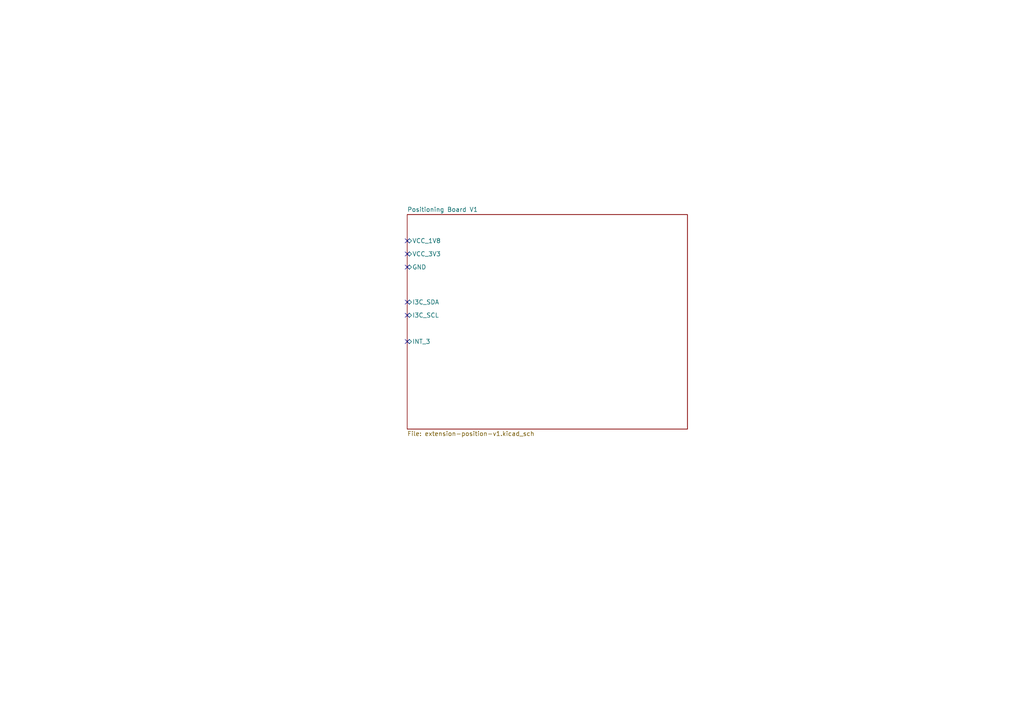
<source format=kicad_sch>
(kicad_sch (version 20230121) (generator eeschema)

  (uuid 3b6fdcef-c703-4c96-8eff-2ef92667c912)

  (paper "A4")

  (lib_symbols
  )


  (no_connect (at 118.11 69.85) (uuid 0ff63929-ea2d-4972-9cfe-2b23e04f122e))
  (no_connect (at 118.11 77.47) (uuid 21cc03de-b75e-42f1-9c27-699c9bacc504))
  (no_connect (at 118.11 73.66) (uuid 4bd3bafc-6690-4014-8709-ee82603dfd61))
  (no_connect (at 118.11 91.44) (uuid 7485d4c9-96c8-4f4f-9cba-3c999fa4579f))
  (no_connect (at 118.11 99.06) (uuid de19dac3-e0aa-43ee-86b8-310ffc49283e))
  (no_connect (at 118.11 87.63) (uuid ea98ccdf-c9ac-41f7-a8f9-ad3b9a0595a5))

  (sheet (at 118.11 62.23) (size 81.28 62.23) (fields_autoplaced)
    (stroke (width 0.1524) (type solid))
    (fill (color 0 0 0 0.0000))
    (uuid c3d44315-f8b1-41d7-b318-2893fba85ec7)
    (property "Sheetname" "Positioning Board V1" (at 118.11 61.5184 0)
      (effects (font (size 1.27 1.27)) (justify left bottom))
    )
    (property "Sheetfile" "extension-position-v1.kicad_sch" (at 118.11 125.0446 0)
      (effects (font (size 1.27 1.27)) (justify left top))
    )
    (pin "I3C_SDA" bidirectional (at 118.11 87.63 180)
      (effects (font (size 1.27 1.27)) (justify left))
      (uuid f41b7f4c-220c-44ec-9b02-f0caa2e72535)
    )
    (pin "I3C_SCL" bidirectional (at 118.11 91.44 180)
      (effects (font (size 1.27 1.27)) (justify left))
      (uuid f5eab133-ec7e-403c-8e8f-20f1982843b5)
    )
    (pin "VCC_1V8" bidirectional (at 118.11 69.85 180)
      (effects (font (size 1.27 1.27)) (justify left))
      (uuid 8a9dee12-2fb3-4d83-a12c-38e8d0ab286a)
    )
    (pin "VCC_3V3" bidirectional (at 118.11 73.66 180)
      (effects (font (size 1.27 1.27)) (justify left))
      (uuid 2ff4ceac-6ac7-47c9-8811-39af8a2124df)
    )
    (pin "GND" bidirectional (at 118.11 77.47 180)
      (effects (font (size 1.27 1.27)) (justify left))
      (uuid d92c4f59-9df2-469e-9053-8bd8b161f15f)
    )
    (pin "INT_3" bidirectional (at 118.11 99.06 180)
      (effects (font (size 1.27 1.27)) (justify left))
      (uuid c11bc2e7-d59c-4695-a531-ae1a1bde91ba)
    )
    (instances
      (project "pcb-expansion-positioning"
        (path "/3b6fdcef-c703-4c96-8eff-2ef92667c912" (page "2"))
      )
    )
  )

  (sheet_instances
    (path "/" (page "1"))
  )
)

</source>
